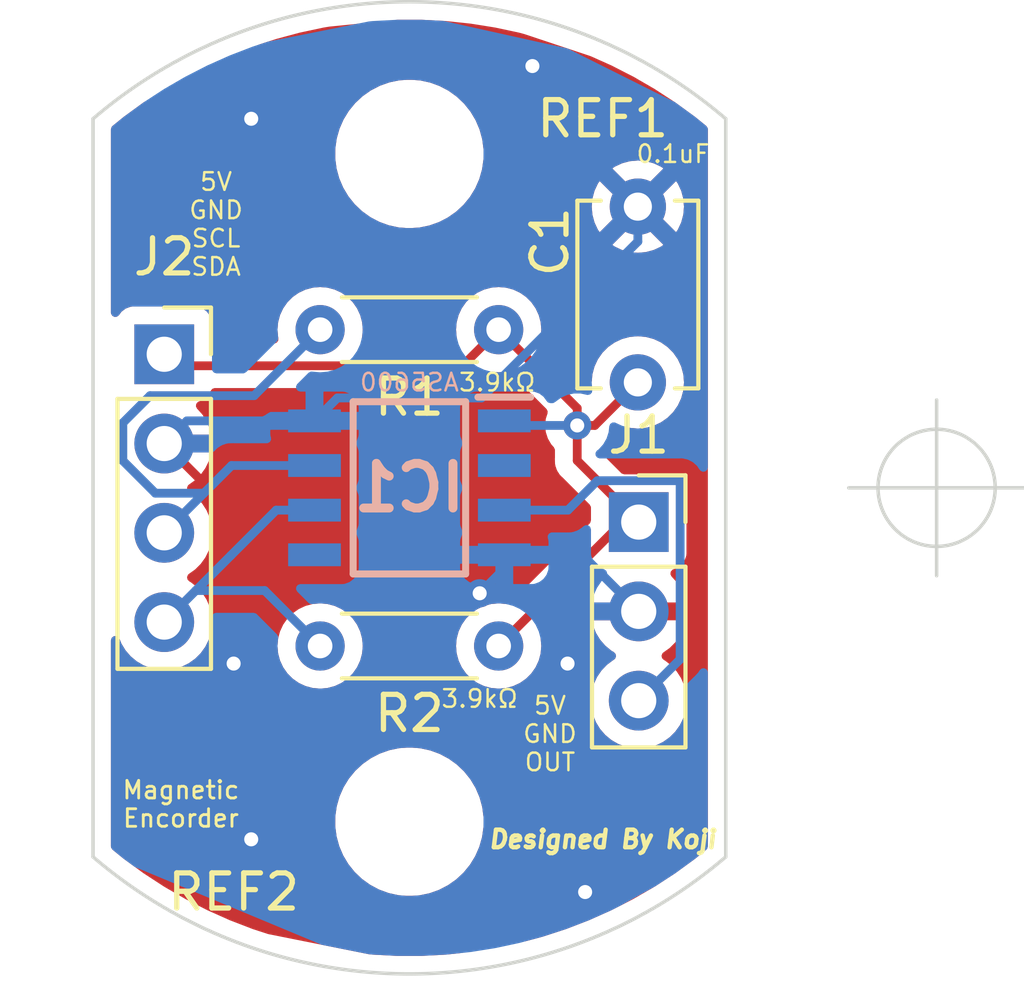
<source format=kicad_pcb>
(kicad_pcb (version 20211014) (generator pcbnew)
  (title_block (title "MagneticEncorder") (date "2022-02-25"))
  (layers (0 "F.Cu" signal) (31 "B.Cu" signal) (34 "B.Paste" user) (35 "F.Paste" user) (36 "B.SilkS" user "B.Silkscreen") (37 "F.SilkS" user "F.Silkscreen") (38 "B.Mask" user) (39 "F.Mask" user) (44 "Edge.Cuts" user))
  (net 0 "")
  (net 1 "+5V")
  (net 3 "OUT")
  (net 4 "GND")
  (net 6 "SDA")
  (net 7 "SCL")
  (footprint "Resistor_THT:R_Axial_DIN0204_L3.6mm_D1.6mm_P5.08mm_Horizontal" (layer "F.Cu") (at 152.54 95.5 180)
    (fp_text reference "R1" (at 2.54 -1.92) (layer "F.SilkS"))
    (fp_text value "3.9k")
    (fp_line (start 0.62 0.92) (end 4.46 0.92) (layer "F.SilkS") (width 0.12))
    (fp_line (start 0.62 -0.92) (end 4.46 -0.92) (layer "F.SilkS") (width 0.12))
    (pad "1" thru_hole circle (at 0 0 180) (size 1.4 1.4) (drill 0.7) (layers *.Cu *.Mask) (net 1 "+5V"))
    (pad "2" thru_hole oval (at 5.08 0 180) (size 1.4 1.4) (drill 0.7) (layers *.Cu *.Mask) (net 7 "SCL"))
  )
  (footprint "Connector_PinSocket_2.54mm:PinSocket_1x04_P2.54mm_Vertical" (layer "F.Cu") (at 143.025 96.2)
    (fp_text reference "J2" (at 0 -2.77) (layer "F.SilkS"))
    (fp_text value "Conn_01x04")
    (fp_line (start -1.33 1.27) (end -1.33 8.95) (layer "F.SilkS") (width 0.12))
    (fp_line (start 1.33 -1.33) (end 1.33 0) (layer "F.SilkS") (width 0.12))
    (fp_line (start 1.33 1.27) (end 1.33 8.95) (layer "F.SilkS") (width 0.12))
    (fp_line (start -1.33 8.95) (end 1.33 8.95) (layer "F.SilkS") (width 0.12))
    (fp_line (start 0 -1.33) (end 1.33 -1.33) (layer "F.SilkS") (width 0.12))
    (fp_line (start -1.33 1.27) (end 1.33 1.27) (layer "F.SilkS") (width 0.12))
    (pad "1" thru_hole rect (at 0 0) (size 1.7 1.7) (drill 1) (layers *.Cu *.Mask) (net 1 "+5V"))
    (pad "2" thru_hole oval (at 0 2.54) (size 1.7 1.7) (drill 1) (layers *.Cu *.Mask) (net 4 "GND"))
    (pad "3" thru_hole oval (at 0 5.08) (size 1.7 1.7) (drill 1) (layers *.Cu *.Mask) (net 7 "SCL"))
    (pad "4" thru_hole oval (at 0 7.62) (size 1.7 1.7) (drill 1) (layers *.Cu *.Mask) (net 6 "SDA"))
  )
  (footprint "Capacitor_THT:C_Disc_D5.1mm_W3.2mm_P5.00mm" (layer "F.Cu") (at 156.5 97 90)
    (fp_text reference "C1" (at 4 -2.5 90) (layer "F.SilkS"))
    (fp_text value "0.1u")
    (fp_line (start -0.17 -1.721) (end -0.17 -1.055) (layer "F.SilkS") (width 0.12))
    (fp_line (start 5.17 -1.721) (end 5.17 -1.055) (layer "F.SilkS") (width 0.12))
    (fp_line (start -0.17 1.721) (end 5.17 1.721) (layer "F.SilkS") (width 0.12))
    (fp_line (start -0.17 1.055) (end -0.17 1.721) (layer "F.SilkS") (width 0.12))
    (fp_line (start -0.17 -1.721) (end 5.17 -1.721) (layer "F.SilkS") (width 0.12))
    (fp_line (start 5.17 1.055) (end 5.17 1.721) (layer "F.SilkS") (width 0.12))
    (pad "1" thru_hole circle (at 0 0 90) (size 1.6 1.6) (drill 0.8) (layers *.Cu *.Mask) (net 1 "+5V"))
    (pad "2" thru_hole circle (at 5 0 90) (size 1.6 1.6) (drill 0.8) (layers *.Cu *.Mask) (net 4 "GND"))
  )
  (footprint "Connector_PinSocket_2.54mm:PinSocket_1x03_P2.54mm_Vertical" (layer "F.Cu") (at 156.525 100.975)
    (fp_text reference "J1" (at 0 -2.475) (layer "F.SilkS"))
    (fp_text value "Conn_01x03")
    (fp_line (start 1.33 1.27) (end 1.33 6.41) (layer "F.SilkS") (width 0.12))
    (fp_line (start -1.33 1.27) (end 1.33 1.27) (layer "F.SilkS") (width 0.12))
    (fp_line (start 0 -1.33) (end 1.33 -1.33) (layer "F.SilkS") (width 0.12))
    (fp_line (start -1.33 6.41) (end 1.33 6.41) (layer "F.SilkS") (width 0.12))
    (fp_line (start -1.33 1.27) (end -1.33 6.41) (layer "F.SilkS") (width 0.12))
    (fp_line (start 1.33 -1.33) (end 1.33 0) (layer "F.SilkS") (width 0.12))
    (pad "1" thru_hole rect (at 0 0) (size 1.7 1.7) (drill 1) (layers *.Cu *.Mask) (net 1 "+5V"))
    (pad "2" thru_hole oval (at 0 2.54) (size 1.7 1.7) (drill 1) (layers *.Cu *.Mask) (net 4 "GND"))
    (pad "3" thru_hole oval (at 0 5.08) (size 1.7 1.7) (drill 1) (layers *.Cu *.Mask) (net 3 "OUT"))
  )
  (footprint "MountingHole:MountingHole_3.2mm_M3" (layer "F.Cu") (at 150 90.5)
    (fp_text reference "REF1" (at 5.5 -1) (layer "F.SilkS"))
    (fp_text value "MountingHole_3.2mm_M3")
    (pad "" np_thru_hole circle (at 0 0) (size 3.2 3.2) (drill 3.2) (layers *.Cu *.Mask))
  )
  (footprint "Resistor_THT:R_Axial_DIN0204_L3.6mm_D1.6mm_P5.08mm_Horizontal" (layer "F.Cu") (at 152.54 104.5 180)
    (fp_text reference "R2" (at 2.54 -1.92) (layer "F.SilkS"))
    (fp_text value "3.9k")
    (fp_line (start 0.62 0.92) (end 4.46 0.92) (layer "F.SilkS") (width 0.12))
    (fp_line (start 0.62 -0.92) (end 4.46 -0.92) (layer "F.SilkS") (width 0.12))
    (pad "1" thru_hole circle (at 0 0 180) (size 1.4 1.4) (drill 0.7) (layers *.Cu *.Mask) (net 1 "+5V"))
    (pad "2" thru_hole oval (at 5.08 0 180) (size 1.4 1.4) (drill 0.7) (layers *.Cu *.Mask) (net 6 "SDA"))
  )
  (footprint "MountingHole:MountingHole_3.2mm_M3" (layer "F.Cu") (at 150 109.5)
    (fp_text reference "REF2" (at -5 2) (layer "F.SilkS"))
    (fp_text value "MountingHole_3.2mm_M3")
    (pad "" np_thru_hole circle (at 0 0) (size 3.2 3.2) (drill 3.2) (layers *.Cu *.Mask))
  )
  (footprint "自前:SOIC127P600X175-8N" (layer "B.Cu") (at 150 100 180)
    (fp_text reference "IC1" (at 0 0) (layer "B.SilkS") (effects (font (size 1.27 1.27) (thickness 0.254)) (justify mirror)))
    (fp_text value "AS5600-ASOT" hide)
    (fp_line (start -3.45 2.58) (end -1.95 2.58) (layer "B.SilkS") (width 0.2))
    (fp_line (start 1.6 -2.45) (end -1.6 -2.45) (layer "B.SilkS") (width 0.2))
    (fp_line (start 1.6 2.45) (end 1.6 -2.45) (layer "B.SilkS") (width 0.2))
    (fp_line (start -1.6 2.45) (end 1.6 2.45) (layer "B.SilkS") (width 0.2))
    (fp_line (start -1.6 -2.45) (end -1.6 2.45) (layer "B.SilkS") (width 0.2))
    (pad "1" smd rect locked (at -2.7 1.905 90) (size 0.65 1.5) (layers "B.Cu" "B.Paste" "B.Mask") (net 1 "+5V"))
    (pad "2" smd rect locked (at -2.7 0.635 90) (size 0.65 1.5) (layers "B.Cu" "B.Paste" "B.Mask"))
    (pad "3" smd rect locked (at -2.7 -0.635 90) (size 0.65 1.5) (layers "B.Cu" "B.Paste" "B.Mask") (net 3 "OUT"))
    (pad "4" smd rect locked (at -2.7 -1.905 90) (size 0.65 1.5) (layers "B.Cu" "B.Paste" "B.Mask") (net 4 "GND"))
    (pad "5" smd rect locked (at 2.7 -1.905 90) (size 0.65 1.5) (layers "B.Cu" "B.Paste" "B.Mask"))
    (pad "6" smd rect locked (at 2.7 -0.635 90) (size 0.65 1.5) (layers "B.Cu" "B.Paste" "B.Mask") (net 6 "SDA"))
    (pad "7" smd rect locked (at 2.7 0.635 90) (size 0.65 1.5) (layers "B.Cu" "B.Paste" "B.Mask") (net 7 "SCL"))
    (pad "8" smd rect locked (at 2.7 1.905 90) (size 0.65 1.5) (layers "B.Cu" "B.Paste" "B.Mask") (net 4 "GND"))
  )
  (gr_arc (start 141 89.500001) (mid 150 86.170684) (end 159 89.500001) (layer "Edge.Cuts") (width 0.1))
  (gr_arc (start 159 110.499999) (mid 150 113.829316) (end 141 110.499999) (layer "Edge.Cuts") (width 0.1))
  (gr_line (start 141 110.499999) (end 141 89.500001) (layer "Edge.Cuts") (width 0.1))
  (gr_line (start 159 89.500001) (end 159 110.499999) (layer "Edge.Cuts") (width 0.1))
  (gr_text "AS5600" (at 150 97) (layer "B.SilkS") (effects (font (size 0.5 0.5) (thickness 0.07)) (justify mirror)))
  (gr_text "Magnetic\nEncorder" (at 143.5 109) (layer "F.SilkS") (effects (font (size 0.5 0.5) (thickness 0.08))))
  (gr_text "3.9kΩ" (at 152 106) (layer "F.SilkS") (effects (font (size 0.5 0.5) (thickness 0.07))))
  (gr_text "0.1uF" (at 157.5 90.5) (layer "F.SilkS") (effects (font (size 0.5 0.5) (thickness 0.07))))
  (gr_text "3.9kΩ" (at 152.5 97) (layer "F.SilkS") (effects (font (size 0.5 0.5) (thickness 0.07))))
  (gr_text "Designed By Koji" (at 155.5 110) (layer "F.SilkS") (effects (font (size 0.5 0.5) (thickness 0.125) italic)))
  (gr_text "5V\nGND\nOUT" (at 154 107) (layer "F.SilkS") (effects (font (size 0.5 0.5) (thickness 0.07))))
  (gr_text "5V\nGND\nSCL\nSDA" (at 144.5 92.5) (layer "F.SilkS") (effects (font (size 0.5 0.5) (thickness 0.07))))
  (target plus (at 165 100) (size 5) (width 0.1) (layer "Edge.Cuts"))
  (segment (start 151.512289 96.527711) (end 152.54 95.5) (width 0.25) (layer "F.Cu") (net 1))
  (segment (start 156.525 100.975) (end 154.775025 99.225025) (width 0.25) (layer "F.Cu") (net 1))
  (segment (start 156.525 100.975) (end 156.065 100.975) (width 0.25) (layer "F.Cu") (net 1))
  (segment (start 143.352711 96.527711) (end 151.512289 96.527711) (width 0.25) (layer "F.Cu") (net 1))
  (segment (start 154.775025 99.225025) (end 154.775025 98.224975) (width 0.25) (layer "F.Cu") (net 1))
  (segment (start 154.775025 98.224975) (end 154.775025 97.735025) (width 0.25) (layer "F.Cu") (net 1))
  (segment (start 154.775025 98.224975) (end 155.275025 98.224975) (width 0.25) (layer "F.Cu") (net 1))
  (segment (start 156.065 100.975) (end 152.54 104.5) (width 0.25) (layer "F.Cu") (net 1))
  (segment (start 155.275025 98.224975) (end 156.5 97) (width 0.25) (layer "F.Cu") (net 1))
  (segment (start 152.54 95.5) (end 154.775025 97.735025) (width 0.25) (layer "F.Cu") (net 1))
  (segment (start 143.025 96.2) (end 143.352711 96.527711) (width 0.25) (layer "F.Cu") (net 1))
  (via (at 154.775025 98.224975) (size 0.8) (drill 0.4) (layers "F.Cu" "B.Cu") (net 1))
  (segment (start 152.829975 98.224975) (end 152.7 98.095) (width 0.25) (layer "B.Cu") (net 1))
  (segment (start 154.775025 98.224975) (end 152.829975 98.224975) (width 0.25) (layer "B.Cu") (net 1))
  (segment (start 157.702711 99.797289) (end 157.702711 104.877289) (width 0.25) (layer "B.Cu") (net 3))
  (segment (start 154.509578 100.635) (end 155.347289 99.797289) (width 0.25) (layer "B.Cu") (net 3))
  (segment (start 157.702711 104.877289) (end 156.525 106.055) (width 0.25) (layer "B.Cu") (net 3))
  (segment (start 155.347289 99.797289) (end 157.702711 99.797289) (width 0.25) (layer "B.Cu") (net 3))
  (segment (start 152.7 100.635) (end 154.509578 100.635) (width 0.25) (layer "B.Cu") (net 3))
  (segment (start 143.025 98.74) (end 147.285 103) (width 0.25) (layer "F.Cu") (net 4))
  (segment (start 147.285 103) (end 152 103) (width 0.25) (layer "F.Cu") (net 4))
  (via (at 154.5 105) (size 0.8) (drill 0.4) (layers "F.Cu" "B.Cu") (net 4))
  (via (at 145.5 110) (size 0.8) (drill 0.4) (layers "F.Cu" "B.Cu") (net 4))
  (via (at 145 105) (size 0.8) (drill 0.4) (layers "F.Cu" "B.Cu") (net 4))
  (via (at 155 111.5) (size 0.8) (drill 0.4) (layers "F.Cu" "B.Cu") (net 4))
  (via (at 145.5 89.5) (size 0.8) (drill 0.4) (layers "F.Cu" "B.Cu") (net 4))
  (via (at 152 103) (size 0.8) (drill 0.4) (layers "F.Cu" "B.Cu") (net 4))
  (via (at 153.5 88) (size 0.8) (drill 0.4) (layers "F.Cu" "B.Cu") (net 4))
  (segment (start 154.915 101.905) (end 156.525 103.515) (width 0.25) (layer "B.Cu") (net 4))
  (segment (start 152.7 101.905) (end 154.915 101.905) (width 0.25) (layer "B.Cu") (net 4))
  (segment (start 152.051115 97.442289) (end 147.952711 97.442289) (width 0.25) (layer "B.Cu") (net 4))
  (segment (start 143.67 98.095) (end 143.025 98.74) (width 0.25) (layer "B.Cu") (net 4))
  (segment (start 156.5 92.993404) (end 152.051115 97.442289) (width 0.25) (layer "B.Cu") (net 4))
  (segment (start 152.7 102.3) (end 152 103) (width 0.25) (layer "B.Cu") (net 4))
  (segment (start 156.5 92) (end 156.5 92.993404) (width 0.25) (layer "B.Cu") (net 4))
  (segment (start 147.952711 97.442289) (end 147.3 98.095) (width 0.25) (layer "B.Cu") (net 4))
  (segment (start 152.7 101.905) (end 152.7 102.3) (width 0.25) (layer "B.Cu") (net 4))
  (segment (start 147.3 98.095) (end 143.67 98.095) (width 0.25) (layer "B.Cu") (net 4))
  (segment (start 144.9225 101.9225) (end 143.9225 102.9225) (width 0.25) (layer "B.Cu") (net 6))
  (segment (start 145.8825 102.9225) (end 143.9225 102.9225) (width 0.25) (layer "B.Cu") (net 6))
  (segment (start 147.46 104.5) (end 145.8825 102.9225) (width 0.25) (layer "B.Cu") (net 6))
  (segment (start 146.21 100.635) (end 144.9225 101.9225) (width 0.25) (layer "B.Cu") (net 6))
  (segment (start 143.9225 102.9225) (end 143.025 103.82) (width 0.25) (layer "B.Cu") (net 6))
  (segment (start 147.3 100.635) (end 146.21 100.635) (width 0.25) (layer "B.Cu") (net 6))
  (segment (start 144.1525 100.1525) (end 144.94 99.365) (width 0.25) (layer "B.Cu") (net 7))
  (segment (start 142.771964 100.1525) (end 141.847289 99.227825) (width 0.25) (layer "B.Cu") (net 7))
  (segment (start 142.622289 97.377711) (end 145.582289 97.377711) (width 0.25) (layer "B.Cu") (net 7))
  (segment (start 143.025 101.28) (end 144.1525 100.1525) (width 0.25) (layer "B.Cu") (net 7))
  (segment (start 141.847289 98.152711) (end 142.622289 97.377711) (width 0.25) (layer "B.Cu") (net 7))
  (segment (start 145.582289 97.377711) (end 147.46 95.5) (width 0.25) (layer "B.Cu") (net 7))
  (segment (start 144.1525 100.1525) (end 142.771964 100.1525) (width 0.25) (layer "B.Cu") (net 7))
  (segment (start 141.847289 99.227825) (end 141.847289 98.152711) (width 0.25) (layer "B.Cu") (net 7))
  (segment (start 144.94 99.365) (end 147.3 99.365) (width 0.25) (layer "B.Cu") (net 7))
  (zone (net 4) (net_name "GND") (layer "F.Cu") (connect_pads (clearance 0.508)) (min_thickness 0.254) (fill yes (thermal_gap 0.508) (thermal_bridge_width 0.508))
    (polygon (pts (xy 156 88) (xy 158.5 89.5) (xy 158.5 110.5) (xy 155.5 112.5) (xy 150 113.5) (xy 145 112.5) (xy 141.5 110.5) (xy 141.5 89.5) (xy 146.5 87) (xy 151.5 86.5)))
  )
  (zone (net 4) (net_name "GND") (layer "B.Cu") (connect_pads (clearance 0.508)) (min_thickness 0.254) (fill yes (thermal_gap 0.508) (thermal_bridge_width 0.508))
    (polygon (pts (xy 154.5 87.5) (xy 158.5 89.5) (xy 158.5 110.5) (xy 154 113) (xy 150 113.5) (xy 147.5 113) (xy 141.5 110.5) (xy 141.5 89.5) (xy 145 87.5) (xy 150 86.5)))
  )
)
</source>
